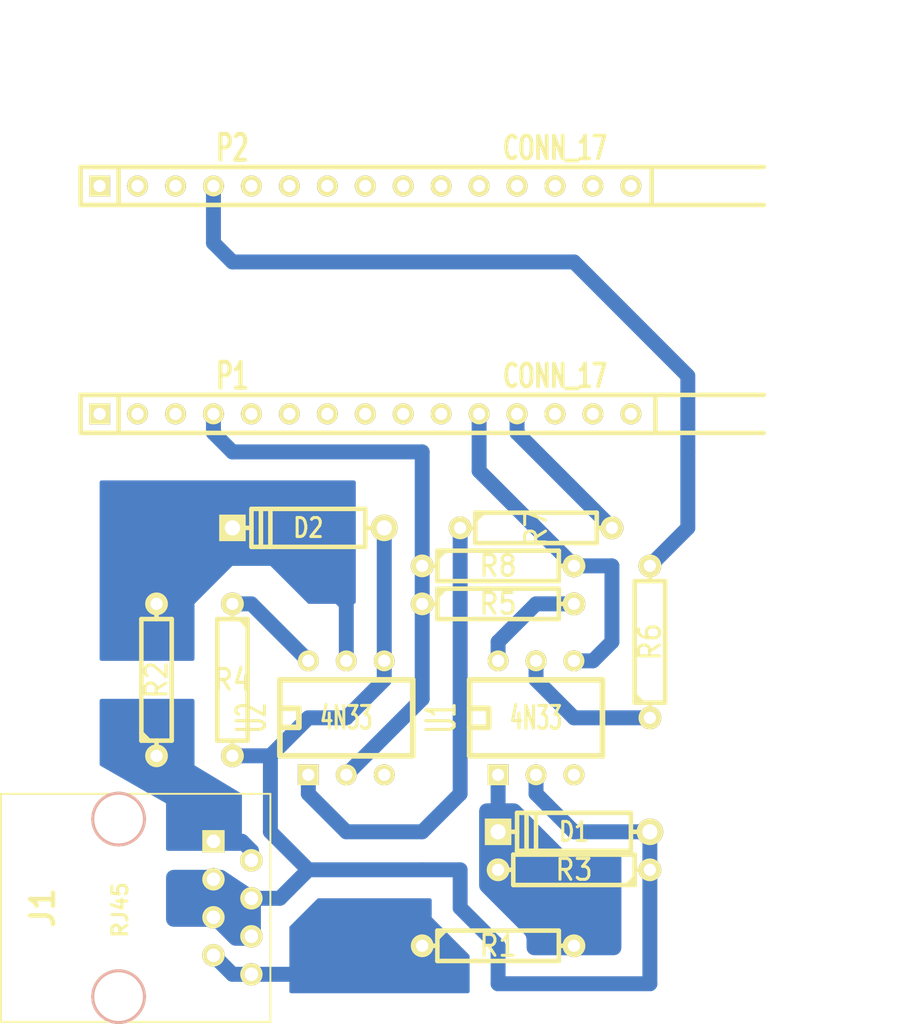
<source format=kicad_pcb>
(kicad_pcb (version 4) (host pcbnew 4.0.1-4.201602090852+6195~38~ubuntu14.04.1-stable)

  (general
    (links 29)
    (no_connects 1)
    (area 17.208499 16.975001 81.372619 85.48751)
    (thickness 1.6)
    (drawings 6)
    (tracks 80)
    (zones 0)
    (modules 15)
    (nets 14)
  )

  (page A4 portrait)
  (layers
    (0 F.Cu signal)
    (31 B.Cu signal)
    (32 B.Adhes user)
    (33 F.Adhes user)
    (34 B.Paste user)
    (35 F.Paste user)
    (36 B.SilkS user)
    (37 F.SilkS user)
    (38 B.Mask user)
    (39 F.Mask user)
    (40 Dwgs.User user)
    (41 Cmts.User user)
    (42 Eco1.User user)
    (43 Eco2.User user)
    (44 Edge.Cuts user)
  )

  (setup
    (last_trace_width 1)
    (trace_clearance 0.254)
    (zone_clearance 0.508)
    (zone_45_only no)
    (trace_min 1)
    (segment_width 0.2)
    (edge_width 0.15)
    (via_size 0.889)
    (via_drill 0.635)
    (via_min_size 0.889)
    (via_min_drill 0.508)
    (uvia_size 0.508)
    (uvia_drill 0.127)
    (uvias_allowed no)
    (uvia_min_size 0.508)
    (uvia_min_drill 0.127)
    (pcb_text_width 0.3)
    (pcb_text_size 1 1)
    (mod_edge_width 0.15)
    (mod_text_size 1 1)
    (mod_text_width 0.15)
    (pad_size 1 1)
    (pad_drill 0.6)
    (pad_to_mask_clearance 0)
    (aux_axis_origin 0 0)
    (visible_elements FFFFFFBF)
    (pcbplotparams
      (layerselection 0x00030_80000001)
      (usegerberextensions true)
      (excludeedgelayer true)
      (linewidth 0.150000)
      (plotframeref false)
      (viasonmask false)
      (mode 1)
      (useauxorigin false)
      (hpglpennumber 1)
      (hpglpenspeed 20)
      (hpglpendiameter 15)
      (hpglpenoverlay 2)
      (psnegative false)
      (psa4output false)
      (plotreference true)
      (plotvalue true)
      (plotinvisibletext false)
      (padsonsilk false)
      (subtractmaskfromsilk false)
      (outputformat 1)
      (mirror false)
      (drillshape 0)
      (scaleselection 1)
      (outputdirectory ""))
  )

  (net 0 "")
  (net 1 N-000001)
  (net 2 N-000002)
  (net 3 N-000003)
  (net 4 N-0000036)
  (net 5 N-0000037)
  (net 6 N-0000039)
  (net 7 N-0000040)
  (net 8 N-0000041)
  (net 9 N-0000042)
  (net 10 N-0000043)
  (net 11 N-0000044)
  (net 12 N-0000045)
  (net 13 N-0000046)

  (net_class Default "Это класс цепей по умолчанию."
    (clearance 0.254)
    (trace_width 1)
    (via_dia 0.889)
    (via_drill 0.635)
    (uvia_dia 0.508)
    (uvia_drill 0.127)
    (add_net N-000001)
    (add_net N-000002)
    (add_net N-000003)
    (add_net N-0000036)
    (add_net N-0000037)
    (add_net N-0000039)
    (add_net N-0000040)
    (add_net N-0000041)
    (add_net N-0000042)
    (add_net N-0000043)
    (add_net N-0000044)
    (add_net N-0000045)
    (add_net N-0000046)
  )

  (module SIL-18 (layer F.Cu) (tedit 56B75172) (tstamp 56B78EDB)
    (at 45.72 44.45)
    (descr "Connecteur 18 pins")
    (tags "CONN DEV")
    (path /56B713F0)
    (fp_text reference P1 (at -12.7 -2.54) (layer F.SilkS)
      (effects (font (size 1.72974 1.08712) (thickness 0.3048)))
    )
    (fp_text value CONN_17 (at 8.89 -2.54) (layer F.SilkS)
      (effects (font (size 1.524 1.016) (thickness 0.3048)))
    )
    (fp_line (start -22.86 -1.27) (end 22.86 -1.27) (layer F.SilkS) (width 0.3048))
    (fp_line (start 15.61 -1.27) (end 15.61 1.27) (layer F.SilkS) (width 0.3048))
    (fp_line (start 22.86 1.27) (end -22.86 1.27) (layer F.SilkS) (width 0.3048))
    (fp_line (start -22.86 1.27) (end -22.86 -1.27) (layer F.SilkS) (width 0.3048))
    (fp_line (start -20.32 -1.27) (end -20.32 1.27) (layer F.SilkS) (width 0.3048))
    (pad 1 thru_hole rect (at -21.59 0) (size 1.397 1.397) (drill 0.8128) (layers *.Cu *.Mask F.SilkS))
    (pad 2 thru_hole circle (at -19.05 0) (size 1.397 1.397) (drill 0.8128) (layers *.Cu *.Mask F.SilkS))
    (pad 3 thru_hole circle (at -16.51 0) (size 1.397 1.397) (drill 0.8128) (layers *.Cu *.Mask F.SilkS))
    (pad 4 thru_hole circle (at -13.97 0) (size 1.397 1.397) (drill 0.8128) (layers *.Cu *.Mask F.SilkS)
      (net 10 N-0000043))
    (pad 5 thru_hole circle (at -11.43 0) (size 1.397 1.397) (drill 0.8128) (layers *.Cu *.Mask F.SilkS))
    (pad 6 thru_hole circle (at -8.89 0) (size 1.397 1.397) (drill 0.8128) (layers *.Cu *.Mask F.SilkS))
    (pad 7 thru_hole circle (at -6.35 0) (size 1.397 1.397) (drill 0.8128) (layers *.Cu *.Mask F.SilkS))
    (pad 8 thru_hole circle (at -3.81 0) (size 1.397 1.397) (drill 0.8128) (layers *.Cu *.Mask F.SilkS))
    (pad 9 thru_hole circle (at -1.27 0) (size 1.397 1.397) (drill 0.8128) (layers *.Cu *.Mask F.SilkS))
    (pad 10 thru_hole circle (at 1.27 0) (size 1.397 1.397) (drill 0.8128) (layers *.Cu *.Mask F.SilkS))
    (pad 11 thru_hole circle (at 3.81 0) (size 1.397 1.397) (drill 0.8128) (layers *.Cu *.Mask F.SilkS)
      (net 11 N-0000044))
    (pad 12 thru_hole circle (at 6.35 0) (size 1.397 1.397) (drill 0.8128) (layers *.Cu *.Mask F.SilkS)
      (net 1 N-000001))
    (pad 13 thru_hole circle (at 8.89 0) (size 1.397 1.397) (drill 0.8128) (layers *.Cu *.Mask F.SilkS))
    (pad 14 thru_hole circle (at 11.43 0) (size 1.397 1.397) (drill 0.8128) (layers *.Cu *.Mask F.SilkS))
    (pad 15 thru_hole circle (at 13.97 0) (size 1.397 1.397) (drill 0.8128) (layers *.Cu *.Mask F.SilkS))
  )

  (module SIL-18 (layer F.Cu) (tedit 56B75142) (tstamp 56B78EF7)
    (at 45.72 29.21)
    (descr "Connecteur 18 pins")
    (tags "CONN DEV")
    (path /56B71416)
    (fp_text reference P2 (at -12.7 -2.54) (layer F.SilkS)
      (effects (font (size 1.72974 1.08712) (thickness 0.3048)))
    )
    (fp_text value CONN_17 (at 8.89 -2.54) (layer F.SilkS)
      (effects (font (size 1.524 1.016) (thickness 0.254)))
    )
    (fp_line (start -22.86 -1.27) (end 22.86 -1.27) (layer F.SilkS) (width 0.3048))
    (fp_line (start 15.36 -1.27) (end 15.36 1.27) (layer F.SilkS) (width 0.3048))
    (fp_line (start 22.86 1.27) (end -22.86 1.27) (layer F.SilkS) (width 0.3048))
    (fp_line (start -22.86 1.27) (end -22.86 -1.27) (layer F.SilkS) (width 0.3048))
    (fp_line (start -20.32 -1.27) (end -20.32 1.27) (layer F.SilkS) (width 0.3048))
    (pad 1 thru_hole rect (at -21.59 0) (size 1.397 1.397) (drill 0.8128) (layers *.Cu *.Mask F.SilkS))
    (pad 2 thru_hole circle (at -19.05 0) (size 1.397 1.397) (drill 0.8128) (layers *.Cu *.Mask F.SilkS))
    (pad 3 thru_hole circle (at -16.51 0) (size 1.397 1.397) (drill 0.8128) (layers *.Cu *.Mask F.SilkS))
    (pad 4 thru_hole circle (at -13.97 0) (size 1.397 1.397) (drill 0.8128) (layers *.Cu *.Mask F.SilkS)
      (net 9 N-0000042))
    (pad 5 thru_hole circle (at -11.43 0) (size 1.397 1.397) (drill 0.8128) (layers *.Cu *.Mask F.SilkS))
    (pad 6 thru_hole circle (at -8.89 0) (size 1.397 1.397) (drill 0.8128) (layers *.Cu *.Mask F.SilkS))
    (pad 7 thru_hole circle (at -6.35 0) (size 1.397 1.397) (drill 0.8128) (layers *.Cu *.Mask F.SilkS))
    (pad 8 thru_hole circle (at -3.81 0) (size 1.397 1.397) (drill 0.8128) (layers *.Cu *.Mask F.SilkS))
    (pad 9 thru_hole circle (at -1.27 0) (size 1.397 1.397) (drill 0.8128) (layers *.Cu *.Mask F.SilkS))
    (pad 10 thru_hole circle (at 1.27 0) (size 1.397 1.397) (drill 0.8128) (layers *.Cu *.Mask F.SilkS))
    (pad 11 thru_hole circle (at 3.81 0) (size 1.397 1.397) (drill 0.8128) (layers *.Cu *.Mask F.SilkS))
    (pad 12 thru_hole circle (at 6.35 0) (size 1.397 1.397) (drill 0.8128) (layers *.Cu *.Mask F.SilkS))
    (pad 13 thru_hole circle (at 8.89 0) (size 1.397 1.397) (drill 0.8128) (layers *.Cu *.Mask F.SilkS))
    (pad 14 thru_hole circle (at 11.43 0) (size 1.397 1.397) (drill 0.8128) (layers *.Cu *.Mask F.SilkS))
    (pad 15 thru_hole circle (at 13.97 0) (size 1.397 1.397) (drill 0.8128) (layers *.Cu *.Mask F.SilkS))
  )

  (module RJ45_8 (layer F.Cu) (tedit 56B74F99) (tstamp 56B71CE7)
    (at 25.4 77.47 270)
    (tags RJ45)
    (path /56B71753)
    (fp_text reference J1 (at 0 5.08 270) (layer F.SilkS)
      (effects (font (thickness 0.3048)))
    )
    (fp_text value RJ45 (at 0.14224 -0.1016 270) (layer F.SilkS)
      (effects (font (size 1.00076 1.00076) (thickness 0.2032)))
    )
    (fp_line (start -7.62 7.874) (end 7.62 7.874) (layer F.SilkS) (width 0.127))
    (fp_line (start 7.62 7.874) (end 7.62 -10.16) (layer F.SilkS) (width 0.127))
    (fp_line (start 7.62 -10.16) (end -7.62 -10.16) (layer F.SilkS) (width 0.127))
    (fp_line (start -7.62 -10.16) (end -7.62 7.874) (layer F.SilkS) (width 0.127))
    (pad Hole np_thru_hole circle (at 5.93852 0 270) (size 3.64998 3.64998) (drill 3.2512) (layers *.Cu *.SilkS *.Mask))
    (pad Hole np_thru_hole circle (at -5.9309 0 270) (size 3.64998 3.64998) (drill 3.2512) (layers *.Cu *.SilkS *.Mask))
    (pad 1 thru_hole rect (at -4.445 -6.35 270) (size 1.50114 1.50114) (drill 0.89916) (layers *.Cu *.Mask F.SilkS)
      (net 3 N-000003))
    (pad 2 thru_hole circle (at -3.175 -8.89 270) (size 1.50114 1.50114) (drill 0.89916) (layers *.Cu *.Mask F.SilkS)
      (net 3 N-000003))
    (pad 3 thru_hole circle (at -1.905 -6.35 270) (size 1.50114 1.50114) (drill 0.89916) (layers *.Cu *.Mask F.SilkS)
      (net 13 N-0000046))
    (pad 4 thru_hole circle (at -0.635 -8.89 270) (size 1.50114 1.50114) (drill 0.89916) (layers *.Cu *.Mask F.SilkS)
      (net 13 N-0000046))
    (pad 5 thru_hole circle (at 0.635 -6.35 270) (size 1.50114 1.50114) (drill 0.89916) (layers *.Cu *.Mask F.SilkS)
      (net 13 N-0000046))
    (pad 6 thru_hole circle (at 1.905 -8.89 270) (size 1.50114 1.50114) (drill 0.89916) (layers *.Cu *.Mask F.SilkS)
      (net 13 N-0000046))
    (pad 7 thru_hole circle (at 3.175 -6.35 270) (size 1.50114 1.50114) (drill 0.89916) (layers *.Cu *.Mask F.SilkS)
      (net 2 N-000002))
    (pad 8 thru_hole circle (at 4.445 -8.89 270) (size 1.50114 1.50114) (drill 0.89916) (layers *.Cu *.Mask F.SilkS)
      (net 2 N-000002))
    (model connectors/RJ45_8.wrl
      (at (xyz 0 0 0))
      (scale (xyz 0.4 0.4 0.4))
      (rotate (xyz 0 0 0))
    )
  )

  (module R4 (layer F.Cu) (tedit 56B75327) (tstamp 56B71CF5)
    (at 50.8 80.01)
    (descr "Resitance 4 pas")
    (tags R)
    (path /569E86C0)
    (autoplace_cost180 10)
    (fp_text reference R1 (at 0 0) (layer F.SilkS)
      (effects (font (size 1.397 1.27) (thickness 0.2032)))
    )
    (fp_text value 1k5 (at 0 0) (layer F.SilkS) hide
      (effects (font (size 1.397 1.27) (thickness 0.2032)))
    )
    (fp_line (start -5.08 0) (end -4.064 0) (layer F.SilkS) (width 0.3048))
    (fp_line (start -4.064 0) (end -4.064 -1.016) (layer F.SilkS) (width 0.3048))
    (fp_line (start -4.064 -1.016) (end 4.064 -1.016) (layer F.SilkS) (width 0.3048))
    (fp_line (start 4.064 -1.016) (end 4.064 1.016) (layer F.SilkS) (width 0.3048))
    (fp_line (start 4.064 1.016) (end -4.064 1.016) (layer F.SilkS) (width 0.3048))
    (fp_line (start -4.064 1.016) (end -4.064 0) (layer F.SilkS) (width 0.3048))
    (fp_line (start -4.064 -0.508) (end -3.556 -1.016) (layer F.SilkS) (width 0.3048))
    (fp_line (start 5.08 0) (end 4.064 0) (layer F.SilkS) (width 0.3048))
    (pad 1 thru_hole circle (at -5.08 0) (size 1.524 1.524) (drill 0.8128) (layers *.Cu *.Mask F.SilkS)
      (net 2 N-000002))
    (pad 2 thru_hole circle (at 5.08 0) (size 1.524 1.524) (drill 0.8128) (layers *.Cu *.Mask F.SilkS)
      (net 7 N-0000040))
    (model discret/resistor.wrl
      (at (xyz 0 0 0))
      (scale (xyz 0.4 0.4 0.4))
      (rotate (xyz 0 0 0))
    )
  )

  (module R4 (layer F.Cu) (tedit 56B72F8A) (tstamp 56B71D03)
    (at 55.88 74.93 180)
    (descr "Resitance 4 pas")
    (tags R)
    (path /569E8840)
    (autoplace_cost180 10)
    (fp_text reference R3 (at 0 0 180) (layer F.SilkS)
      (effects (font (size 1.397 1.27) (thickness 0.2032)))
    )
    (fp_text value 100 (at 0 0 180) (layer F.SilkS) hide
      (effects (font (size 1.397 1.27) (thickness 0.2032)))
    )
    (fp_line (start -5.08 0) (end -4.064 0) (layer F.SilkS) (width 0.3048))
    (fp_line (start -4.064 0) (end -4.064 -1.016) (layer F.SilkS) (width 0.3048))
    (fp_line (start -4.064 -1.016) (end 4.064 -1.016) (layer F.SilkS) (width 0.3048))
    (fp_line (start 4.064 -1.016) (end 4.064 1.016) (layer F.SilkS) (width 0.3048))
    (fp_line (start 4.064 1.016) (end -4.064 1.016) (layer F.SilkS) (width 0.3048))
    (fp_line (start -4.064 1.016) (end -4.064 0) (layer F.SilkS) (width 0.3048))
    (fp_line (start -4.064 -0.508) (end -3.556 -1.016) (layer F.SilkS) (width 0.3048))
    (fp_line (start 5.08 0) (end 4.064 0) (layer F.SilkS) (width 0.3048))
    (pad 1 thru_hole circle (at -5.08 0 180) (size 1.524 1.524) (drill 0.8128) (layers *.Cu *.Mask F.SilkS)
      (net 13 N-0000046))
    (pad 2 thru_hole circle (at 5.08 0 180) (size 1.524 1.524) (drill 0.8128) (layers *.Cu *.Mask F.SilkS)
      (net 7 N-0000040))
    (model discret/resistor.wrl
      (at (xyz 0 0 0))
      (scale (xyz 0.4 0.4 0.4))
      (rotate (xyz 0 0 0))
    )
  )

  (module R4 (layer F.Cu) (tedit 56B72747) (tstamp 56B71D11)
    (at 60.96 59.69 90)
    (descr "Resitance 4 pas")
    (tags R)
    (path /569E8AC5)
    (autoplace_cost180 10)
    (fp_text reference R6 (at 0 0 90) (layer F.SilkS)
      (effects (font (size 1.397 1.27) (thickness 0.2032)))
    )
    (fp_text value 100 (at 0 0 90) (layer F.SilkS) hide
      (effects (font (size 1.397 1.27) (thickness 0.2032)))
    )
    (fp_line (start -5.08 0) (end -4.064 0) (layer F.SilkS) (width 0.3048))
    (fp_line (start -4.064 0) (end -4.064 -1.016) (layer F.SilkS) (width 0.3048))
    (fp_line (start -4.064 -1.016) (end 4.064 -1.016) (layer F.SilkS) (width 0.3048))
    (fp_line (start 4.064 -1.016) (end 4.064 1.016) (layer F.SilkS) (width 0.3048))
    (fp_line (start 4.064 1.016) (end -4.064 1.016) (layer F.SilkS) (width 0.3048))
    (fp_line (start -4.064 1.016) (end -4.064 0) (layer F.SilkS) (width 0.3048))
    (fp_line (start -4.064 -0.508) (end -3.556 -1.016) (layer F.SilkS) (width 0.3048))
    (fp_line (start 5.08 0) (end 4.064 0) (layer F.SilkS) (width 0.3048))
    (pad 1 thru_hole circle (at -5.08 0 90) (size 1.524 1.524) (drill 0.8128) (layers *.Cu *.Mask F.SilkS)
      (net 8 N-0000041))
    (pad 2 thru_hole circle (at 5.08 0 90) (size 1.524 1.524) (drill 0.8128) (layers *.Cu *.Mask F.SilkS)
      (net 9 N-0000042))
    (model discret/resistor.wrl
      (at (xyz 0 0 0))
      (scale (xyz 0.4 0.4 0.4))
      (rotate (xyz 0 0 0))
    )
  )

  (module R4 (layer F.Cu) (tedit 56B72BEF) (tstamp 56B71D1F)
    (at 50.8 57.15)
    (descr "Resitance 4 pas")
    (tags R)
    (path /569E8AD4)
    (autoplace_cost180 10)
    (fp_text reference R5 (at 0 0) (layer F.SilkS)
      (effects (font (size 1.397 1.27) (thickness 0.2032)))
    )
    (fp_text value 100k (at 0 0) (layer F.SilkS) hide
      (effects (font (size 1.397 1.27) (thickness 0.2032)))
    )
    (fp_line (start -5.08 0) (end -4.064 0) (layer F.SilkS) (width 0.3048))
    (fp_line (start -4.064 0) (end -4.064 -1.016) (layer F.SilkS) (width 0.3048))
    (fp_line (start -4.064 -1.016) (end 4.064 -1.016) (layer F.SilkS) (width 0.3048))
    (fp_line (start 4.064 -1.016) (end 4.064 1.016) (layer F.SilkS) (width 0.3048))
    (fp_line (start 4.064 1.016) (end -4.064 1.016) (layer F.SilkS) (width 0.3048))
    (fp_line (start -4.064 1.016) (end -4.064 0) (layer F.SilkS) (width 0.3048))
    (fp_line (start -4.064 -0.508) (end -3.556 -1.016) (layer F.SilkS) (width 0.3048))
    (fp_line (start 5.08 0) (end 4.064 0) (layer F.SilkS) (width 0.3048))
    (pad 1 thru_hole circle (at -5.08 0) (size 1.524 1.524) (drill 0.8128) (layers *.Cu *.Mask F.SilkS)
      (net 10 N-0000043))
    (pad 2 thru_hole circle (at 5.08 0) (size 1.524 1.524) (drill 0.8128) (layers *.Cu *.Mask F.SilkS)
      (net 6 N-0000039))
    (model discret/resistor.wrl
      (at (xyz 0 0 0))
      (scale (xyz 0.4 0.4 0.4))
      (rotate (xyz 0 0 0))
    )
  )

  (module R4 (layer F.Cu) (tedit 200000) (tstamp 56B71D2D)
    (at 50.8 54.61)
    (descr "Resitance 4 pas")
    (tags R)
    (path /569E8B22)
    (autoplace_cost180 10)
    (fp_text reference R8 (at 0 0) (layer F.SilkS)
      (effects (font (size 1.397 1.27) (thickness 0.2032)))
    )
    (fp_text value 5k (at 0 0) (layer F.SilkS) hide
      (effects (font (size 1.397 1.27) (thickness 0.2032)))
    )
    (fp_line (start -5.08 0) (end -4.064 0) (layer F.SilkS) (width 0.3048))
    (fp_line (start -4.064 0) (end -4.064 -1.016) (layer F.SilkS) (width 0.3048))
    (fp_line (start -4.064 -1.016) (end 4.064 -1.016) (layer F.SilkS) (width 0.3048))
    (fp_line (start 4.064 -1.016) (end 4.064 1.016) (layer F.SilkS) (width 0.3048))
    (fp_line (start 4.064 1.016) (end -4.064 1.016) (layer F.SilkS) (width 0.3048))
    (fp_line (start -4.064 1.016) (end -4.064 0) (layer F.SilkS) (width 0.3048))
    (fp_line (start -4.064 -0.508) (end -3.556 -1.016) (layer F.SilkS) (width 0.3048))
    (fp_line (start 5.08 0) (end 4.064 0) (layer F.SilkS) (width 0.3048))
    (pad 1 thru_hole circle (at -5.08 0) (size 1.524 1.524) (drill 0.8128) (layers *.Cu *.Mask F.SilkS)
      (net 10 N-0000043))
    (pad 2 thru_hole circle (at 5.08 0) (size 1.524 1.524) (drill 0.8128) (layers *.Cu *.Mask F.SilkS)
      (net 11 N-0000044))
    (model discret/resistor.wrl
      (at (xyz 0 0 0))
      (scale (xyz 0.4 0.4 0.4))
      (rotate (xyz 0 0 0))
    )
  )

  (module R4 (layer F.Cu) (tedit 56B745EA) (tstamp 56B71D3B)
    (at 27.94 62.23 90)
    (descr "Resitance 4 pas")
    (tags R)
    (path /569E8D19)
    (autoplace_cost180 10)
    (fp_text reference R2 (at 0 0 90) (layer F.SilkS)
      (effects (font (size 1.397 1.27) (thickness 0.2032)))
    )
    (fp_text value 1k (at 0 0 90) (layer F.SilkS) hide
      (effects (font (size 1.397 1.27) (thickness 0.2032)))
    )
    (fp_line (start -5.08 0) (end -4.064 0) (layer F.SilkS) (width 0.3048))
    (fp_line (start -4.064 0) (end -4.064 -1.016) (layer F.SilkS) (width 0.3048))
    (fp_line (start -4.064 -1.016) (end 4.064 -1.016) (layer F.SilkS) (width 0.3048))
    (fp_line (start 4.064 -1.016) (end 4.064 1.016) (layer F.SilkS) (width 0.3048))
    (fp_line (start 4.064 1.016) (end -4.064 1.016) (layer F.SilkS) (width 0.3048))
    (fp_line (start -4.064 1.016) (end -4.064 0) (layer F.SilkS) (width 0.3048))
    (fp_line (start -4.064 -0.508) (end -3.556 -1.016) (layer F.SilkS) (width 0.3048))
    (fp_line (start 5.08 0) (end 4.064 0) (layer F.SilkS) (width 0.3048))
    (pad 1 thru_hole circle (at -5.08 0 90) (size 1.524 1.524) (drill 0.8128) (layers *.Cu *.Mask F.SilkS)
      (net 3 N-000003))
    (pad 2 thru_hole circle (at 5.08 0 90) (size 1.524 1.524) (drill 0.8128) (layers *.Cu *.Mask F.SilkS)
      (net 12 N-0000045))
    (model discret/resistor.wrl
      (at (xyz 0 0 0))
      (scale (xyz 0.4 0.4 0.4))
      (rotate (xyz 0 0 0))
    )
  )

  (module R4 (layer F.Cu) (tedit 56B7529E) (tstamp 56B71D49)
    (at 53.34 52.07)
    (descr "Resitance 4 pas")
    (tags R)
    (path /569E8D58)
    (autoplace_cost180 10)
    (fp_text reference R7 (at 0 0 90) (layer F.SilkS)
      (effects (font (size 1.397 1.27) (thickness 0.2032)))
    )
    (fp_text value 100 (at 0 0) (layer F.SilkS) hide
      (effects (font (size 1.397 1.27) (thickness 0.2032)))
    )
    (fp_line (start -5.08 0) (end -4.064 0) (layer F.SilkS) (width 0.3048))
    (fp_line (start -4.064 0) (end -4.064 -1.016) (layer F.SilkS) (width 0.3048))
    (fp_line (start -4.064 -1.016) (end 4.064 -1.016) (layer F.SilkS) (width 0.3048))
    (fp_line (start 4.064 -1.016) (end 4.064 1.016) (layer F.SilkS) (width 0.3048))
    (fp_line (start 4.064 1.016) (end -4.064 1.016) (layer F.SilkS) (width 0.3048))
    (fp_line (start -4.064 1.016) (end -4.064 0) (layer F.SilkS) (width 0.3048))
    (fp_line (start -4.064 -0.508) (end -3.556 -1.016) (layer F.SilkS) (width 0.3048))
    (fp_line (start 5.08 0) (end 4.064 0) (layer F.SilkS) (width 0.3048))
    (pad 1 thru_hole circle (at -5.08 0) (size 1.524 1.524) (drill 0.8128) (layers *.Cu *.Mask F.SilkS)
      (net 5 N-0000037))
    (pad 2 thru_hole circle (at 5.08 0) (size 1.524 1.524) (drill 0.8128) (layers *.Cu *.Mask F.SilkS)
      (net 1 N-000001))
    (model discret/resistor.wrl
      (at (xyz 0 0 0))
      (scale (xyz 0.4 0.4 0.4))
      (rotate (xyz 0 0 0))
    )
  )

  (module R4 (layer F.Cu) (tedit 56B7445C) (tstamp 56B71D57)
    (at 33.02 62.23 270)
    (descr "Resitance 4 pas")
    (tags R)
    (path /569E8D5E)
    (autoplace_cost180 10)
    (fp_text reference R4 (at 0 0 360) (layer F.SilkS)
      (effects (font (size 1.397 1.27) (thickness 0.2032)))
    )
    (fp_text value 100k (at 0 0 270) (layer F.SilkS) hide
      (effects (font (size 1.397 1.27) (thickness 0.2032)))
    )
    (fp_line (start -5.08 0) (end -4.064 0) (layer F.SilkS) (width 0.3048))
    (fp_line (start -4.064 0) (end -4.064 -1.016) (layer F.SilkS) (width 0.3048))
    (fp_line (start -4.064 -1.016) (end 4.064 -1.016) (layer F.SilkS) (width 0.3048))
    (fp_line (start 4.064 -1.016) (end 4.064 1.016) (layer F.SilkS) (width 0.3048))
    (fp_line (start 4.064 1.016) (end -4.064 1.016) (layer F.SilkS) (width 0.3048))
    (fp_line (start -4.064 1.016) (end -4.064 0) (layer F.SilkS) (width 0.3048))
    (fp_line (start -4.064 -0.508) (end -3.556 -1.016) (layer F.SilkS) (width 0.3048))
    (fp_line (start 5.08 0) (end 4.064 0) (layer F.SilkS) (width 0.3048))
    (pad 1 thru_hole circle (at -5.08 0 270) (size 1.524 1.524) (drill 0.8128) (layers *.Cu *.Mask F.SilkS)
      (net 4 N-0000036))
    (pad 2 thru_hole circle (at 5.08 0 270) (size 1.524 1.524) (drill 0.8128) (layers *.Cu *.Mask F.SilkS)
      (net 13 N-0000046))
    (model discret/resistor.wrl
      (at (xyz 0 0 0))
      (scale (xyz 0.4 0.4 0.4))
      (rotate (xyz 0 0 0))
    )
  )

  (module DIP-6__300 (layer F.Cu) (tedit 56B740A7) (tstamp 56B71D68)
    (at 53.34 64.77)
    (descr "6 pins DIL package, round pads")
    (tags DIL)
    (path /569E87D7)
    (fp_text reference U1 (at -6.35 0 90) (layer F.SilkS)
      (effects (font (size 1.905 1.016) (thickness 0.2032)))
    )
    (fp_text value 4N33 (at 0 0) (layer F.SilkS)
      (effects (font (size 1.524 0.889) (thickness 0.2032)))
    )
    (fp_line (start -4.445 -2.54) (end 4.445 -2.54) (layer F.SilkS) (width 0.381))
    (fp_line (start 4.445 -2.54) (end 4.445 2.54) (layer F.SilkS) (width 0.381))
    (fp_line (start 4.445 2.54) (end -4.445 2.54) (layer F.SilkS) (width 0.381))
    (fp_line (start -4.445 2.54) (end -4.445 -2.54) (layer F.SilkS) (width 0.381))
    (fp_line (start -4.445 -0.635) (end -3.175 -0.635) (layer F.SilkS) (width 0.381))
    (fp_line (start -3.175 -0.635) (end -3.175 0.635) (layer F.SilkS) (width 0.381))
    (fp_line (start -3.175 0.635) (end -4.445 0.635) (layer F.SilkS) (width 0.381))
    (pad 1 thru_hole rect (at -2.54 3.81) (size 1.397 1.397) (drill 0.8128) (layers *.Cu *.Mask F.SilkS)
      (net 7 N-0000040))
    (pad 2 thru_hole circle (at 0 3.81) (size 1.397 1.397) (drill 0.8128) (layers *.Cu *.Mask F.SilkS)
      (net 13 N-0000046))
    (pad 3 thru_hole circle (at 2.54 3.81) (size 1.397 1.397) (drill 0.8128) (layers *.Cu *.Mask F.SilkS))
    (pad 4 thru_hole circle (at 2.54 -3.81) (size 1.397 1.397) (drill 0.8128) (layers *.Cu *.Mask F.SilkS)
      (net 11 N-0000044))
    (pad 5 thru_hole circle (at 0 -3.81) (size 1.397 1.397) (drill 0.8128) (layers *.Cu *.Mask F.SilkS)
      (net 8 N-0000041))
    (pad 6 thru_hole circle (at -2.54 -3.81) (size 1.397 1.397) (drill 0.8128) (layers *.Cu *.Mask F.SilkS)
      (net 6 N-0000039))
    (model dil/dil_6.wrl
      (at (xyz 0 0 0))
      (scale (xyz 1 1 1))
      (rotate (xyz 0 0 0))
    )
  )

  (module DIP-6__300 (layer F.Cu) (tedit 49DC487C) (tstamp 56B71D79)
    (at 40.64 64.77)
    (descr "6 pins DIL package, round pads")
    (tags DIL)
    (path /569E8D25)
    (fp_text reference U2 (at -6.35 0 90) (layer F.SilkS)
      (effects (font (size 1.905 1.016) (thickness 0.2032)))
    )
    (fp_text value 4N33 (at 0 0) (layer F.SilkS)
      (effects (font (size 1.524 0.889) (thickness 0.2032)))
    )
    (fp_line (start -4.445 -2.54) (end 4.445 -2.54) (layer F.SilkS) (width 0.381))
    (fp_line (start 4.445 -2.54) (end 4.445 2.54) (layer F.SilkS) (width 0.381))
    (fp_line (start 4.445 2.54) (end -4.445 2.54) (layer F.SilkS) (width 0.381))
    (fp_line (start -4.445 2.54) (end -4.445 -2.54) (layer F.SilkS) (width 0.381))
    (fp_line (start -4.445 -0.635) (end -3.175 -0.635) (layer F.SilkS) (width 0.381))
    (fp_line (start -3.175 -0.635) (end -3.175 0.635) (layer F.SilkS) (width 0.381))
    (fp_line (start -3.175 0.635) (end -4.445 0.635) (layer F.SilkS) (width 0.381))
    (pad 1 thru_hole rect (at -2.54 3.81) (size 1.397 1.397) (drill 0.8128) (layers *.Cu *.Mask F.SilkS)
      (net 5 N-0000037))
    (pad 2 thru_hole circle (at 0 3.81) (size 1.397 1.397) (drill 0.8128) (layers *.Cu *.Mask F.SilkS)
      (net 10 N-0000043))
    (pad 3 thru_hole circle (at 2.54 3.81) (size 1.397 1.397) (drill 0.8128) (layers *.Cu *.Mask F.SilkS))
    (pad 4 thru_hole circle (at 2.54 -3.81) (size 1.397 1.397) (drill 0.8128) (layers *.Cu *.Mask F.SilkS)
      (net 13 N-0000046))
    (pad 5 thru_hole circle (at 0 -3.81) (size 1.397 1.397) (drill 0.8128) (layers *.Cu *.Mask F.SilkS)
      (net 12 N-0000045))
    (pad 6 thru_hole circle (at -2.54 -3.81) (size 1.397 1.397) (drill 0.8128) (layers *.Cu *.Mask F.SilkS)
      (net 4 N-0000036))
    (model dil/dil_6.wrl
      (at (xyz 0 0 0))
      (scale (xyz 1 1 1))
      (rotate (xyz 0 0 0))
    )
  )

  (module D4 (layer F.Cu) (tedit 200000) (tstamp 56B71D87)
    (at 55.88 72.39 180)
    (descr "Diode 4 pas")
    (tags "DIODE DEV")
    (path /569E8699)
    (fp_text reference D1 (at 0 0 180) (layer F.SilkS)
      (effects (font (size 1.27 1.016) (thickness 0.2032)))
    )
    (fp_text value DIODE (at 0 0 180) (layer F.SilkS) hide
      (effects (font (size 1.27 1.016) (thickness 0.2032)))
    )
    (fp_line (start -3.81 -1.27) (end 3.81 -1.27) (layer F.SilkS) (width 0.3048))
    (fp_line (start 3.81 -1.27) (end 3.81 1.27) (layer F.SilkS) (width 0.3048))
    (fp_line (start 3.81 1.27) (end -3.81 1.27) (layer F.SilkS) (width 0.3048))
    (fp_line (start -3.81 1.27) (end -3.81 -1.27) (layer F.SilkS) (width 0.3048))
    (fp_line (start 3.175 -1.27) (end 3.175 1.27) (layer F.SilkS) (width 0.3048))
    (fp_line (start 2.54 1.27) (end 2.54 -1.27) (layer F.SilkS) (width 0.3048))
    (fp_line (start -3.81 0) (end -5.08 0) (layer F.SilkS) (width 0.3048))
    (fp_line (start 3.81 0) (end 5.08 0) (layer F.SilkS) (width 0.3048))
    (pad 1 thru_hole circle (at -5.08 0 180) (size 1.778 1.778) (drill 1.016) (layers *.Cu *.Mask F.SilkS)
      (net 13 N-0000046))
    (pad 2 thru_hole rect (at 5.08 0 180) (size 1.778 1.778) (drill 1.016) (layers *.Cu *.Mask F.SilkS)
      (net 7 N-0000040))
    (model discret/diode.wrl
      (at (xyz 0 0 0))
      (scale (xyz 0.4 0.4 0.4))
      (rotate (xyz 0 0 0))
    )
  )

  (module D4 (layer F.Cu) (tedit 200000) (tstamp 56B71D95)
    (at 38.1 52.07 180)
    (descr "Diode 4 pas")
    (tags "DIODE DEV")
    (path /569E8D13)
    (fp_text reference D2 (at 0 0 180) (layer F.SilkS)
      (effects (font (size 1.27 1.016) (thickness 0.2032)))
    )
    (fp_text value DIODE (at 0 0 180) (layer F.SilkS) hide
      (effects (font (size 1.27 1.016) (thickness 0.2032)))
    )
    (fp_line (start -3.81 -1.27) (end 3.81 -1.27) (layer F.SilkS) (width 0.3048))
    (fp_line (start 3.81 -1.27) (end 3.81 1.27) (layer F.SilkS) (width 0.3048))
    (fp_line (start 3.81 1.27) (end -3.81 1.27) (layer F.SilkS) (width 0.3048))
    (fp_line (start -3.81 1.27) (end -3.81 -1.27) (layer F.SilkS) (width 0.3048))
    (fp_line (start 3.175 -1.27) (end 3.175 1.27) (layer F.SilkS) (width 0.3048))
    (fp_line (start 2.54 1.27) (end 2.54 -1.27) (layer F.SilkS) (width 0.3048))
    (fp_line (start -3.81 0) (end -5.08 0) (layer F.SilkS) (width 0.3048))
    (fp_line (start 3.81 0) (end 5.08 0) (layer F.SilkS) (width 0.3048))
    (pad 1 thru_hole circle (at -5.08 0 180) (size 1.778 1.778) (drill 1.016) (layers *.Cu *.Mask F.SilkS)
      (net 13 N-0000046))
    (pad 2 thru_hole rect (at 5.08 0 180) (size 1.778 1.778) (drill 1.016) (layers *.Cu *.Mask F.SilkS)
      (net 12 N-0000045))
    (model discret/diode.wrl
      (at (xyz 0 0 0))
      (scale (xyz 0.4 0.4 0.4))
      (rotate (xyz 0 0 0))
    )
  )

  (dimension 50.8 (width 0.25) (layer Dwgs.User)
    (gr_text "50,800 мм" (at 43.18 18.050001) (layer Dwgs.User)
      (effects (font (size 1 1) (thickness 0.25)))
    )
    (feature1 (pts (xy 68.58 21.59) (xy 68.58 17.050001)))
    (feature2 (pts (xy 17.78 21.59) (xy 17.78 17.050001)))
    (crossbar (pts (xy 17.78 19.050001) (xy 68.58 19.050001)))
    (arrow1a (pts (xy 68.58 19.050001) (xy 67.453497 19.636421)))
    (arrow1b (pts (xy 68.58 19.050001) (xy 67.453497 18.463581)))
    (arrow2a (pts (xy 17.78 19.050001) (xy 18.906503 19.636421)))
    (arrow2b (pts (xy 17.78 19.050001) (xy 18.906503 18.463581)))
  )
  (dimension 60.96 (width 0.25) (layer Dwgs.User)
    (gr_text "60,960 мм" (at 77.199999 54.61 270) (layer Dwgs.User)
      (effects (font (size 1 1) (thickness 0.25)))
    )
    (feature1 (pts (xy 71.12 85.09) (xy 78.199999 85.09)))
    (feature2 (pts (xy 71.12 24.13) (xy 78.199999 24.13)))
    (crossbar (pts (xy 76.199999 24.13) (xy 76.199999 85.09)))
    (arrow1a (pts (xy 76.199999 85.09) (xy 75.613579 83.963497)))
    (arrow1b (pts (xy 76.199999 85.09) (xy 76.786419 83.963497)))
    (arrow2a (pts (xy 76.199999 24.13) (xy 75.613579 25.256503)))
    (arrow2b (pts (xy 76.199999 24.13) (xy 76.786419 25.256503)))
  )
  (gr_line (start 68.58 24.13) (end 17.78 24.13) (angle 90) (layer Dwgs.User) (width 0.2))
  (gr_line (start 68.58 85.09) (end 68.58 24.13) (angle 90) (layer Dwgs.User) (width 0.2))
  (gr_line (start 17.78 85.09) (end 68.58 85.09) (angle 90) (layer Dwgs.User) (width 0.2))
  (gr_line (start 17.78 24.13) (end 17.78 85.09) (angle 90) (layer Dwgs.User) (width 0.2))

  (segment (start 52.07 44.45) (end 52.07 45.72) (width 1) (layer B.Cu) (net 1) (status 10))
  (segment (start 52.07 45.72) (end 58.42 52.07) (width 1) (layer B.Cu) (net 1) (tstamp 56B7911C) (status 20))
  (segment (start 45.72 80.01) (end 40.64 80.01) (width 1) (layer B.Cu) (net 2))
  (segment (start 40.64 80.01) (end 38.735 81.915) (width 1) (layer B.Cu) (net 2) (tstamp 56B791F5))
  (segment (start 38.735 81.915) (end 34.29 81.915) (width 1) (layer B.Cu) (net 2) (tstamp 56B791F6))
  (segment (start 33.02 81.915) (end 34.29 81.915) (width 1) (layer B.Cu) (net 2) (tstamp 56B79194) (status 20))
  (segment (start 33.02 81.915) (end 31.75 80.645) (width 1) (layer B.Cu) (net 2) (tstamp 56B79190) (status 20))
  (segment (start 31.75 73.025) (end 31.75 71.12) (width 1) (layer B.Cu) (net 3) (status 10))
  (segment (start 31.75 71.12) (end 27.94 67.31) (width 1) (layer B.Cu) (net 3) (tstamp 56B7919B) (status 20))
  (segment (start 34.29 74.295) (end 34.29 73.66) (width 1) (layer B.Cu) (net 3) (status 30))
  (segment (start 34.29 73.66) (end 33.655 73.025) (width 1) (layer B.Cu) (net 3) (tstamp 56B79197) (status 10))
  (segment (start 33.655 73.025) (end 31.75 73.025) (width 1) (layer B.Cu) (net 3) (tstamp 56B79198) (status 20))
  (segment (start 33.02 57.15) (end 34.29 57.15) (width 1) (layer B.Cu) (net 4) (status 10))
  (segment (start 34.29 57.15) (end 38.1 60.96) (width 1) (layer B.Cu) (net 4) (tstamp 56B78DA6) (status 20))
  (segment (start 48.26 52.07) (end 48.26 69.85) (width 1) (layer B.Cu) (net 5) (status 10))
  (segment (start 48.26 69.85) (end 45.72 72.39) (width 1) (layer B.Cu) (net 5) (tstamp 56B79122))
  (segment (start 45.72 72.39) (end 40.64 72.39) (width 1) (layer B.Cu) (net 5) (tstamp 56B79123))
  (segment (start 40.64 72.39) (end 38.1 69.85) (width 1) (layer B.Cu) (net 5) (tstamp 56B79124))
  (segment (start 38.1 69.85) (end 38.1 68.58) (width 1) (layer B.Cu) (net 5) (tstamp 56B79125) (status 20))
  (segment (start 55.88 57.15) (end 53.34 57.15) (width 1) (layer B.Cu) (net 6) (status 10))
  (segment (start 53.34 57.15) (end 50.8 59.69) (width 1) (layer B.Cu) (net 6) (tstamp 56B78D86))
  (segment (start 50.8 59.69) (end 50.8 60.96) (width 1) (layer B.Cu) (net 6) (tstamp 56B78D87) (status 20))
  (segment (start 50.8 74.93) (end 53.34 77.47) (width 1) (layer B.Cu) (net 7))
  (segment (start 53.34 77.47) (end 55.88 80.01) (width 1) (layer B.Cu) (net 7) (tstamp 56B791F9))
  (segment (start 50.8 72.39) (end 50.8 74.93) (width 1) (layer B.Cu) (net 7) (status 30))
  (segment (start 50.8 68.58) (end 50.8 72.39) (width 1) (layer B.Cu) (net 7) (status 30))
  (segment (start 53.34 60.96) (end 53.34 62.23) (width 1) (layer B.Cu) (net 8) (status 10))
  (segment (start 53.34 62.23) (end 55.88 64.77) (width 1) (layer B.Cu) (net 8) (tstamp 56B78DAF))
  (segment (start 55.88 64.77) (end 60.96 64.77) (width 1) (layer B.Cu) (net 8) (tstamp 56B78DB0) (status 20))
  (segment (start 60.96 54.61) (end 63.5 52.07) (width 1) (layer B.Cu) (net 9))
  (segment (start 63.5 52.07) (end 63.5 46.99) (width 1) (layer B.Cu) (net 9) (tstamp 56B7A49D))
  (segment (start 63.5 46.99) (end 63.5 41.91) (width 1) (layer B.Cu) (net 9) (tstamp 56B791D5))
  (segment (start 63.5 41.91) (end 55.88 34.29) (width 1) (layer B.Cu) (net 9) (tstamp 56B791D6))
  (segment (start 55.88 34.29) (end 33.02 34.29) (width 1) (layer B.Cu) (net 9) (tstamp 56B791D7))
  (segment (start 33.02 34.29) (end 31.75 33.02) (width 1) (layer B.Cu) (net 9) (tstamp 56B791D9))
  (segment (start 31.75 33.02) (end 31.75 29.21) (width 1) (layer B.Cu) (net 9) (tstamp 56B791DA))
  (segment (start 40.64 68.58) (end 45.72 63.5) (width 1) (layer B.Cu) (net 10) (status 10))
  (segment (start 45.72 63.5) (end 45.72 57.15) (width 1) (layer B.Cu) (net 10) (tstamp 56B78DB6) (status 20))
  (segment (start 31.75 44.45) (end 31.75 45.72) (width 1) (layer B.Cu) (net 10) (status 10))
  (segment (start 31.75 45.72) (end 33.02 46.99) (width 1) (layer B.Cu) (net 10) (tstamp 56B78D7F))
  (segment (start 33.02 46.99) (end 45.72 46.99) (width 1) (layer B.Cu) (net 10) (tstamp 56B78D80))
  (segment (start 45.72 46.99) (end 45.72 57.15) (width 1) (layer B.Cu) (net 10) (tstamp 56B78D81) (status 20))
  (segment (start 49.53 44.45) (end 49.53 48.26) (width 1) (layer B.Cu) (net 11) (status 10))
  (segment (start 49.53 48.26) (end 55.88 54.61) (width 1) (layer B.Cu) (net 11) (tstamp 56B7911F) (status 20))
  (segment (start 55.88 54.61) (end 58.42 54.61) (width 1) (layer B.Cu) (net 11) (status 10))
  (segment (start 58.42 54.61) (end 58.42 59.69) (width 1) (layer B.Cu) (net 11) (tstamp 56B790E6))
  (segment (start 58.42 59.69) (end 57.15 60.96) (width 1) (layer B.Cu) (net 11) (tstamp 56B790E7))
  (segment (start 57.15 60.96) (end 55.88 60.96) (width 1) (layer B.Cu) (net 11) (tstamp 56B790E8) (status 20))
  (segment (start 33.02 52.07) (end 35.56 52.07) (width 1) (layer B.Cu) (net 12) (status 10))
  (segment (start 35.56 52.07) (end 40.64 57.15) (width 1) (layer B.Cu) (net 12) (tstamp 56B78DAB))
  (segment (start 40.64 57.15) (end 40.64 60.96) (width 1) (layer B.Cu) (net 12) (tstamp 56B78DAC) (status 20))
  (segment (start 27.94 57.15) (end 33.02 52.07) (width 1) (layer B.Cu) (net 12) (status 30))
  (segment (start 43.18 60.96) (end 43.18 62.23) (width 1) (layer B.Cu) (net 13))
  (segment (start 43.18 62.23) (end 40.64 64.77) (width 1) (layer B.Cu) (net 13) (tstamp 56B7A78C))
  (segment (start 40.64 64.77) (end 38.1 64.77) (width 1) (layer B.Cu) (net 13) (tstamp 56B7A790))
  (segment (start 38.1 64.77) (end 35.56 67.31) (width 1) (layer B.Cu) (net 13) (tstamp 56B7A795))
  (segment (start 43.18 60.96) (end 43.18 52.07) (width 1) (layer B.Cu) (net 13))
  (segment (start 45.72 74.93) (end 48.26 74.93) (width 1) (layer B.Cu) (net 13))
  (segment (start 48.26 74.93) (end 48.26 77.47) (width 1) (layer B.Cu) (net 13) (tstamp 56B7A3F2))
  (segment (start 33.02 67.31) (end 35.56 67.31) (width 1) (layer B.Cu) (net 13))
  (segment (start 60.96 74.93) (end 60.96 82.55) (width 1) (layer B.Cu) (net 13))
  (segment (start 60.96 82.55) (end 50.8 82.55) (width 1) (layer B.Cu) (net 13) (tstamp 56B791EE))
  (segment (start 50.8 82.55) (end 50.8 80.01) (width 1) (layer B.Cu) (net 13) (tstamp 56B791EF))
  (segment (start 50.8 80.01) (end 48.26 77.47) (width 1) (layer B.Cu) (net 13) (tstamp 56B791F0))
  (segment (start 45.72 74.93) (end 38.1 74.93) (width 1) (layer B.Cu) (net 13) (tstamp 56B791F2))
  (segment (start 35.56 76.835) (end 36.195 76.835) (width 1) (layer B.Cu) (net 13))
  (segment (start 36.195 76.835) (end 38.1 74.93) (width 1) (layer B.Cu) (net 13) (tstamp 56B791CF))
  (segment (start 60.96 72.39) (end 60.96 74.93) (width 1) (layer B.Cu) (net 13) (status 30))
  (segment (start 35.56 67.31) (end 35.56 72.39) (width 1) (layer B.Cu) (net 13) (tstamp 56B791FE))
  (segment (start 35.56 72.39) (end 38.1 74.93) (width 1) (layer B.Cu) (net 13) (tstamp 56B79182))
  (segment (start 35.56 76.835) (end 34.29 76.835) (width 1) (layer B.Cu) (net 13) (tstamp 56B791CD) (status 20))
  (segment (start 34.29 76.835) (end 34.29 79.375) (width 1) (layer B.Cu) (net 13) (tstamp 56B79186) (status 30))
  (segment (start 34.29 79.375) (end 33.02 78.105) (width 1) (layer B.Cu) (net 13) (tstamp 56B79187) (status 10))
  (segment (start 33.02 78.105) (end 31.75 78.105) (width 1) (layer B.Cu) (net 13) (tstamp 56B79188) (status 20))
  (segment (start 31.75 78.105) (end 31.75 75.565) (width 1) (layer B.Cu) (net 13) (tstamp 56B79189) (status 30))
  (segment (start 31.75 75.565) (end 33.02 76.835) (width 1) (layer B.Cu) (net 13) (tstamp 56B7918A) (status 10))
  (segment (start 33.02 76.835) (end 34.29 76.835) (width 1) (layer B.Cu) (net 13) (tstamp 56B7918B) (status 20))
  (segment (start 53.34 68.58) (end 53.34 69.85) (width 1) (layer B.Cu) (net 13) (status 10))
  (segment (start 53.34 69.85) (end 55.88 72.39) (width 1) (layer B.Cu) (net 13) (tstamp 56B78D95))
  (segment (start 55.88 72.39) (end 60.96 72.39) (width 1) (layer B.Cu) (net 13) (tstamp 56B78D96) (status 20))

  (zone (net 12) (net_name N-0000045) (layer B.Cu) (tstamp 56B7A829) (hatch edge 0.508)
    (connect_pads yes (clearance 0.508))
    (min_thickness 0.254)
    (fill (arc_segments 16) (thermal_gap 0.508) (thermal_bridge_width 0.508))
    (polygon
      (pts
        (xy 24.13 60.96) (xy 30.48 60.96) (xy 30.48 57.15) (xy 33.02 54.61) (xy 35.56 54.61)
        (xy 38.1 57.15) (xy 41.275 57.15) (xy 41.275 48.895) (xy 24.13 48.895)
      )
    )
    (filled_polygon
      (pts
        (xy 41.148 57.023) (xy 38.152605 57.023) (xy 35.612605 54.483) (xy 32.967395 54.483) (xy 30.353 57.097395)
        (xy 30.353 60.833) (xy 24.257 60.833) (xy 24.257 49.022) (xy 41.148 49.022) (xy 41.148 57.023)
      )
    )
  )
  (zone (net 3) (net_name N-000003) (layer B.Cu) (tstamp 56B7A8CD) (hatch edge 0.508)
    (connect_pads yes (clearance 0.508))
    (min_thickness 0.254)
    (fill (arc_segments 16) (thermal_gap 0.508) (thermal_bridge_width 0.508) (smoothing fillet))
    (polygon
      (pts
        (xy 24.13 63.5) (xy 30.48 63.5) (xy 30.48 67.945) (xy 33.655 69.85) (xy 33.655 73.66)
        (xy 28.575 73.66) (xy 28.575 70.485) (xy 24.13 67.945)
      )
    )
    (filled_polygon
      (pts
        (xy 33.528 73.533) (xy 28.702 73.533) (xy 28.702 70.411299) (xy 24.257 67.871299) (xy 24.257 63.627)
        (xy 30.353 63.627) (xy 30.353 68.016906) (xy 33.528 69.921906) (xy 33.528 73.533)
      )
    )
  )
  (zone (net 2) (net_name N-000002) (layer B.Cu) (tstamp 56B7A90A) (hatch edge 0.508)
    (connect_pads yes (clearance 0.508))
    (min_thickness 0.254)
    (fill (arc_segments 16) (thermal_gap 0.508) (thermal_bridge_width 0.508) (smoothing fillet))
    (polygon
      (pts
        (xy 36.83 83.185) (xy 36.83 78.74) (xy 38.735 76.835) (xy 46.355 76.835) (xy 46.355 78.105)
        (xy 48.895 80.645) (xy 48.895 83.185)
      )
    )
    (filled_polygon
      (pts
        (xy 48.768 83.058) (xy 36.957 83.058) (xy 36.957 78.792605) (xy 38.787605 76.962) (xy 46.228 76.962)
        (xy 46.228 78.157605) (xy 48.768 80.697605) (xy 48.768 83.058)
      )
    )
  )
  (zone (net 7) (net_name N-0000040) (layer B.Cu) (tstamp 56B7A94D) (hatch edge 0.508)
    (connect_pads yes (clearance 0.508))
    (min_thickness 0.254)
    (fill (arc_segments 16) (thermal_gap 0.508) (thermal_bridge_width 0.508) (smoothing fillet) (radius 0.5))
    (polygon
      (pts
        (xy 59.055 80.645) (xy 52.705 80.645) (xy 52.705 79.375) (xy 49.53 76.2) (xy 49.53 70.485)
        (xy 52.07 70.485) (xy 55.245 73.66) (xy 59.055 73.66)
      )
    )
    (filled_polygon
      (pts
        (xy 58.928 80.132492) (xy 58.897309 80.286789) (xy 58.816991 80.406991) (xy 58.696789 80.487309) (xy 58.542492 80.518)
        (xy 53.217508 80.518) (xy 53.063211 80.487309) (xy 52.943009 80.406991) (xy 52.862691 80.286789) (xy 52.832 80.132492)
        (xy 52.832 79.569599) (xy 52.786571 79.341212) (xy 52.6572 79.147595) (xy 49.775094 76.265489) (xy 49.687691 76.134682)
        (xy 49.657 75.980385) (xy 49.657 70.997508) (xy 49.687691 70.843211) (xy 49.768009 70.723009) (xy 49.888211 70.642691)
        (xy 50.042508 70.612) (xy 51.854569 70.612) (xy 51.959149 70.625768) (xy 52.048845 70.662921) (xy 52.13253 70.727135)
        (xy 55.014636 73.609241) (xy 55.138059 73.703947) (xy 55.289543 73.766694) (xy 55.443783 73.787) (xy 58.542492 73.787)
        (xy 58.696789 73.817691) (xy 58.816991 73.898009) (xy 58.897309 74.018211) (xy 58.928 74.172508) (xy 58.928 80.132492)
      )
    )
  )
  (zone (net 13) (net_name N-0000046) (layer B.Cu) (tstamp 56B7AA0C) (hatch edge 0.508)
    (connect_pads yes (clearance 0.508))
    (min_thickness 0.254)
    (fill (arc_segments 16) (thermal_gap 0.508) (thermal_bridge_width 0.508) (smoothing fillet) (radius 0.5))
    (polygon
      (pts
        (xy 28.575 74.93) (xy 32.385 74.93) (xy 34.29 76.2) (xy 34.925 76.2) (xy 34.925 80.01)
        (xy 33.02 80.01) (xy 31.75 78.74) (xy 28.575 78.74)
      )
    )
    (filled_polygon
      (pts
        (xy 34.798 79.497492) (xy 34.767309 79.651789) (xy 34.686991 79.771991) (xy 34.566789 79.852309) (xy 34.412492 79.883)
        (xy 33.235431 79.883) (xy 33.130851 79.869232) (xy 33.041155 79.832079) (xy 32.95747 79.767865) (xy 31.980364 78.790759)
        (xy 31.856941 78.696053) (xy 31.705457 78.633306) (xy 31.551217 78.613) (xy 29.087508 78.613) (xy 28.933211 78.582309)
        (xy 28.813009 78.501991) (xy 28.732691 78.381789) (xy 28.702 78.227492) (xy 28.702 75.442508) (xy 28.732691 75.288211)
        (xy 28.813009 75.168009) (xy 28.933211 75.087691) (xy 29.087508 75.057) (xy 32.224261 75.057) (xy 32.3413 75.07433)
        (xy 32.448296 75.124833) (xy 34.101372 76.226883) (xy 34.259292 76.301422) (xy 34.432037 76.327) (xy 34.594992 76.327)
        (xy 34.679449 76.343799) (xy 34.740444 76.384556) (xy 34.781201 76.445551) (xy 34.798 76.530008) (xy 34.798 79.497492)
      )
    )
  )
)

</source>
